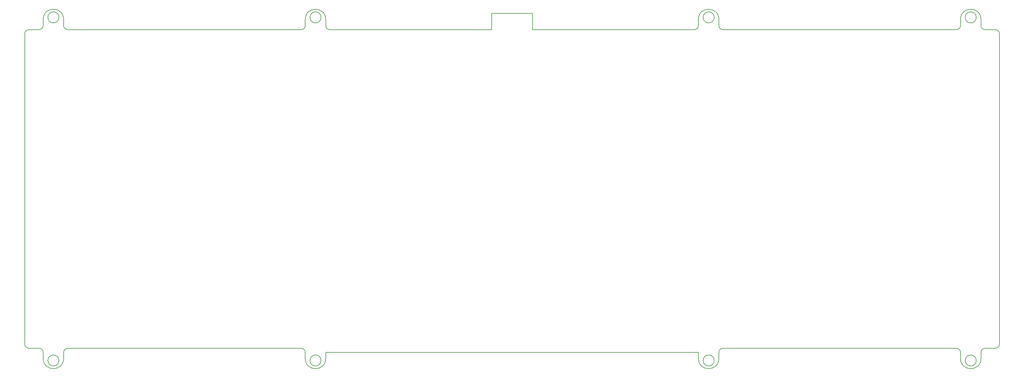
<source format=gm1>
G04 #@! TF.GenerationSoftware,KiCad,Pcbnew,(5.99.0-12639-gf606679164)*
G04 #@! TF.CreationDate,2021-10-23T17:35:33+02:00*
G04 #@! TF.ProjectId,IDB_reborn,4944425f-7265-4626-9f72-6e2e6b696361,rev?*
G04 #@! TF.SameCoordinates,Original*
G04 #@! TF.FileFunction,Profile,NP*
%FSLAX46Y46*%
G04 Gerber Fmt 4.6, Leading zero omitted, Abs format (unit mm)*
G04 Created by KiCad (PCBNEW (5.99.0-12639-gf606679164)) date 2021-10-23 17:35:33*
%MOMM*%
%LPD*%
G01*
G04 APERTURE LIST*
G04 #@! TA.AperFunction,Profile*
%ADD10C,0.200000*%
G04 #@! TD*
G04 APERTURE END LIST*
D10*
X80152800Y-93212100D02*
X127059100Y-93212100D01*
X127059100Y-93212100D02*
X127059100Y-88462100D01*
X138934100Y-88462100D02*
X138934100Y-93212100D01*
X185840300Y-93212100D02*
X138934100Y-93212100D01*
X-8315900Y-184649600D02*
X-8315900Y-94399600D01*
X-4159700Y-93212100D02*
X-7128400Y-93212100D01*
X187027800Y-92024600D02*
G75*
G02*
X185840300Y-93212100I-1187500J0D01*
G01*
X192965300Y-188805900D02*
X192965300Y-187024600D01*
X71840300Y-185837100D02*
G75*
G02*
X73027800Y-187024600I0J-1187500D01*
G01*
X73027800Y-92024600D02*
G75*
G02*
X71840300Y-93212100I-1187500J0D01*
G01*
X194152800Y-93212100D02*
G75*
G02*
X192965300Y-92024600I0J1187500D01*
G01*
X-7128400Y-185837100D02*
G75*
G02*
X-8315900Y-184649600I0J1187500D01*
G01*
X-8315900Y-94399600D02*
G75*
G02*
X-7128400Y-93212100I1187500J0D01*
G01*
X263027800Y-90243400D02*
X263027800Y-92024600D01*
X2965300Y-188805900D02*
G75*
G02*
X-2972100Y-188805900I-2968700J0D01*
G01*
X2965300Y-188805900D02*
X2965300Y-187024600D01*
X73027800Y-90243400D02*
X73027800Y-92024600D01*
X192965300Y-90243400D02*
X192965300Y-92024600D01*
X77596800Y-189397700D02*
G75*
G03*
X77596800Y-189397700I-1600000J0D01*
G01*
X77596800Y-89649300D02*
G75*
G03*
X77596800Y-89649300I-1600000J0D01*
G01*
X267596399Y-189397700D02*
G75*
G03*
X267596399Y-189397700I-1600000J0D01*
G01*
X78965300Y-187024600D02*
X187027800Y-187024600D01*
X274309100Y-94399600D02*
X274309100Y-184649600D01*
X78965300Y-188805900D02*
X78965300Y-187024600D01*
X71840300Y-93212100D02*
X4152800Y-93212100D01*
X273121600Y-93212100D02*
G75*
G02*
X274309100Y-94399600I0J-1187500D01*
G01*
X-2972200Y-188805900D02*
X-2972200Y-187024600D01*
X-2972200Y-90243400D02*
G75*
G02*
X2965400Y-90243400I2968800J0D01*
G01*
X263027801Y-90243400D02*
G75*
G02*
X268965399Y-90243400I2968799J0D01*
G01*
X73027900Y-90243400D02*
G75*
G02*
X78965300Y-90243400I2968700J0D01*
G01*
X194152800Y-93212100D02*
X261840300Y-93212100D01*
X263027800Y-92024600D02*
G75*
G02*
X261840300Y-93212100I-1187500J0D01*
G01*
X-2972200Y-90243400D02*
X-2972200Y-92024600D01*
X2965300Y-187024600D02*
G75*
G02*
X4152800Y-185837100I1187500J0D01*
G01*
X-4159700Y-185837100D02*
G75*
G02*
X-2972200Y-187024600I0J-1187500D01*
G01*
X263027800Y-188805900D02*
X263027800Y-187024600D01*
X268965300Y-187024600D02*
G75*
G02*
X270152800Y-185837100I1187500J0D01*
G01*
X267596399Y-89649300D02*
G75*
G03*
X267596399Y-89649300I-1600000J0D01*
G01*
X274309101Y-184649600D02*
G75*
G02*
X273121600Y-185837101I-1187501J0D01*
G01*
X4152800Y-185837100D02*
X71840300Y-185837100D01*
X270152800Y-93212100D02*
G75*
G02*
X268965300Y-92024600I0J1187500D01*
G01*
X-2972200Y-92024600D02*
G75*
G02*
X-4159700Y-93212100I-1187500J0D01*
G01*
X194152800Y-185837100D02*
X261840300Y-185837100D01*
X268965300Y-90243400D02*
X268965300Y-92024600D01*
X-4159700Y-185837100D02*
X-7128400Y-185837100D01*
X1597500Y-189397700D02*
G75*
G03*
X1597500Y-189397700I-1600000J0D01*
G01*
X187027800Y-90243400D02*
X187027800Y-92024600D01*
X268965400Y-188805900D02*
G75*
G02*
X263027800Y-188805900I-2968800J0D01*
G01*
X192965300Y-187024600D02*
G75*
G02*
X194152800Y-185837100I1187500J0D01*
G01*
X73027800Y-188805900D02*
X73027800Y-187024600D01*
X187027900Y-90243400D02*
G75*
G02*
X192965300Y-90243400I2968700J0D01*
G01*
X4152800Y-93212100D02*
G75*
G02*
X2965300Y-92024600I0J1187500D01*
G01*
X1597500Y-89649300D02*
G75*
G03*
X1597500Y-89649300I-1600000J0D01*
G01*
X138934100Y-88462100D02*
X127059100Y-88462100D01*
X80152800Y-93212100D02*
G75*
G02*
X78965300Y-92024600I0J1187500D01*
G01*
X191597100Y-189397700D02*
G75*
G03*
X191597100Y-189397700I-1600000J0D01*
G01*
X191597100Y-89649300D02*
G75*
G03*
X191597100Y-89649300I-1600000J0D01*
G01*
X187027800Y-188805900D02*
X187027800Y-187024600D01*
X261840300Y-185837100D02*
G75*
G02*
X263027800Y-187024600I0J-1187500D01*
G01*
X78965400Y-188805900D02*
G75*
G02*
X73027800Y-188805900I-2968800J0D01*
G01*
X270152800Y-185837100D02*
X273121600Y-185837100D01*
X268965300Y-188805900D02*
X268965300Y-187024600D01*
X78965300Y-90243400D02*
X78965300Y-92024600D01*
X2965300Y-90243400D02*
X2965300Y-92024600D01*
X192965300Y-188805900D02*
G75*
G02*
X187027900Y-188805900I-2968700J0D01*
G01*
X270152800Y-93212100D02*
X273121600Y-93212100D01*
M02*

</source>
